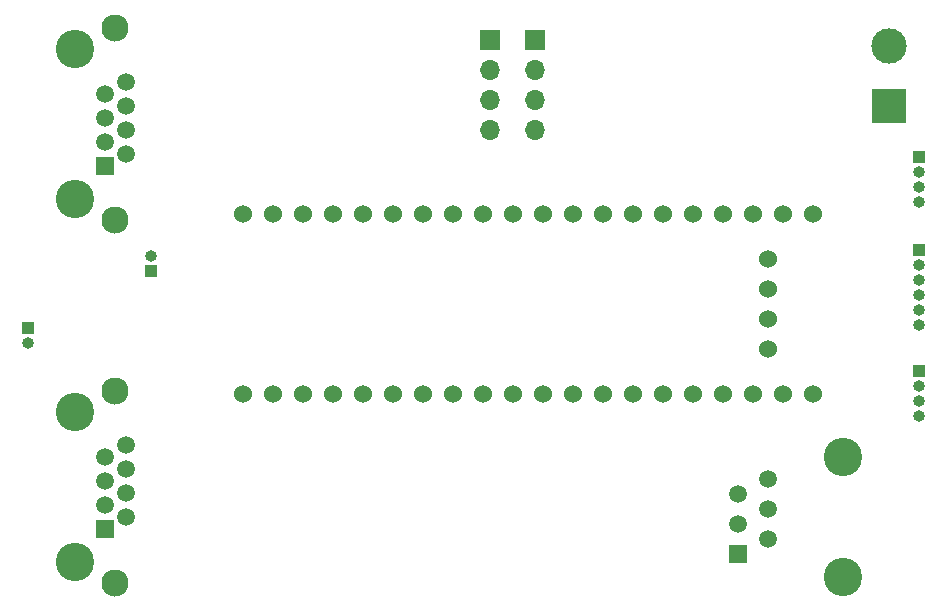
<source format=gbs>
G04 #@! TF.GenerationSoftware,KiCad,Pcbnew,(6.0.0)*
G04 #@! TF.CreationDate,2022-01-07T11:58:26+01:00*
G04 #@! TF.ProjectId,soar_audio,736f6172-5f61-4756-9469-6f2e6b696361,v1.1*
G04 #@! TF.SameCoordinates,Original*
G04 #@! TF.FileFunction,Soldermask,Bot*
G04 #@! TF.FilePolarity,Negative*
%FSLAX46Y46*%
G04 Gerber Fmt 4.6, Leading zero omitted, Abs format (unit mm)*
G04 Created by KiCad (PCBNEW (6.0.0)) date 2022-01-07 11:58:26*
%MOMM*%
%LPD*%
G01*
G04 APERTURE LIST*
%ADD10R,1.500000X1.500000*%
%ADD11C,1.500000*%
%ADD12C,3.250000*%
%ADD13C,2.300000*%
%ADD14R,1.000000X1.000000*%
%ADD15O,1.000000X1.000000*%
%ADD16R,1.700000X1.700000*%
%ADD17O,1.700000X1.700000*%
%ADD18R,3.000000X3.000000*%
%ADD19C,3.000000*%
%ADD20C,1.524000*%
%ADD21R,1.520000X1.520000*%
%ADD22C,1.520000*%
G04 APERTURE END LIST*
D10*
X109853000Y-80776000D03*
D11*
X109853000Y-78744000D03*
X109853000Y-76712000D03*
X109853000Y-74680000D03*
X111633000Y-79760000D03*
X111633000Y-77728000D03*
X111633000Y-75696000D03*
X111633000Y-73664000D03*
D12*
X107313000Y-83566000D03*
X107313000Y-70866000D03*
D13*
X110743000Y-69086000D03*
X110743000Y-85346000D03*
D10*
X109853000Y-111510000D03*
D11*
X109853000Y-109478000D03*
X109853000Y-107446000D03*
X109853000Y-105414000D03*
X111633000Y-110494000D03*
X111633000Y-108462000D03*
X111633000Y-106430000D03*
X111633000Y-104398000D03*
D12*
X107313000Y-114300000D03*
X107313000Y-101600000D03*
D13*
X110743000Y-99820000D03*
X110743000Y-116080000D03*
D14*
X103378000Y-94488000D03*
D15*
X103378000Y-95758000D03*
D16*
X146304000Y-70114000D03*
D17*
X146304000Y-72654000D03*
X146304000Y-75194000D03*
X146304000Y-77734000D03*
D14*
X113792000Y-89662000D03*
D15*
X113792000Y-88392000D03*
D14*
X178816000Y-80010000D03*
D15*
X178816000Y-81280000D03*
X178816000Y-82550000D03*
X178816000Y-83820000D03*
D18*
X176276000Y-75692000D03*
D19*
X176276000Y-70612000D03*
D20*
X165989000Y-96266000D03*
X169799000Y-100076000D03*
X126619000Y-84836000D03*
X164719000Y-100076000D03*
X167259000Y-100076000D03*
X165989000Y-88646000D03*
X121539000Y-84836000D03*
X124079000Y-84836000D03*
X129159000Y-84836000D03*
X159639000Y-84836000D03*
X157099000Y-84836000D03*
X154559000Y-84836000D03*
X152019000Y-84836000D03*
X149479000Y-84836000D03*
X146939000Y-84836000D03*
X144399000Y-84836000D03*
X141859000Y-84836000D03*
X131699000Y-100076000D03*
X134239000Y-100076000D03*
X136779000Y-100076000D03*
X139319000Y-100076000D03*
X141859000Y-100076000D03*
X144399000Y-100076000D03*
X139319000Y-84836000D03*
X136779000Y-84836000D03*
X146939000Y-100076000D03*
X149479000Y-100076000D03*
X152019000Y-100076000D03*
X154559000Y-100076000D03*
X157099000Y-100076000D03*
X159639000Y-100076000D03*
X162179000Y-100076000D03*
X134239000Y-84836000D03*
X131699000Y-84836000D03*
X121539000Y-100076000D03*
X124079000Y-100076000D03*
X126619000Y-100076000D03*
X129159000Y-100076000D03*
X167259000Y-84836000D03*
X164719000Y-84836000D03*
X162179000Y-84836000D03*
X165989000Y-91186000D03*
X165989000Y-93726000D03*
X169799000Y-84836000D03*
D16*
X142494000Y-70114000D03*
D17*
X142494000Y-72654000D03*
X142494000Y-75194000D03*
X142494000Y-77734000D03*
D14*
X178816000Y-98176000D03*
D15*
X178816000Y-99446000D03*
X178816000Y-100716000D03*
X178816000Y-101986000D03*
D14*
X178816000Y-87884000D03*
D15*
X178816000Y-89154000D03*
X178816000Y-90424000D03*
X178816000Y-91694000D03*
X178816000Y-92964000D03*
X178816000Y-94234000D03*
D12*
X172316000Y-115570000D03*
X172316000Y-105410000D03*
D21*
X163426000Y-113660000D03*
D22*
X165966000Y-112390000D03*
X163426000Y-111120000D03*
X165966000Y-109850000D03*
X163426000Y-108580000D03*
X165966000Y-107310000D03*
M02*

</source>
